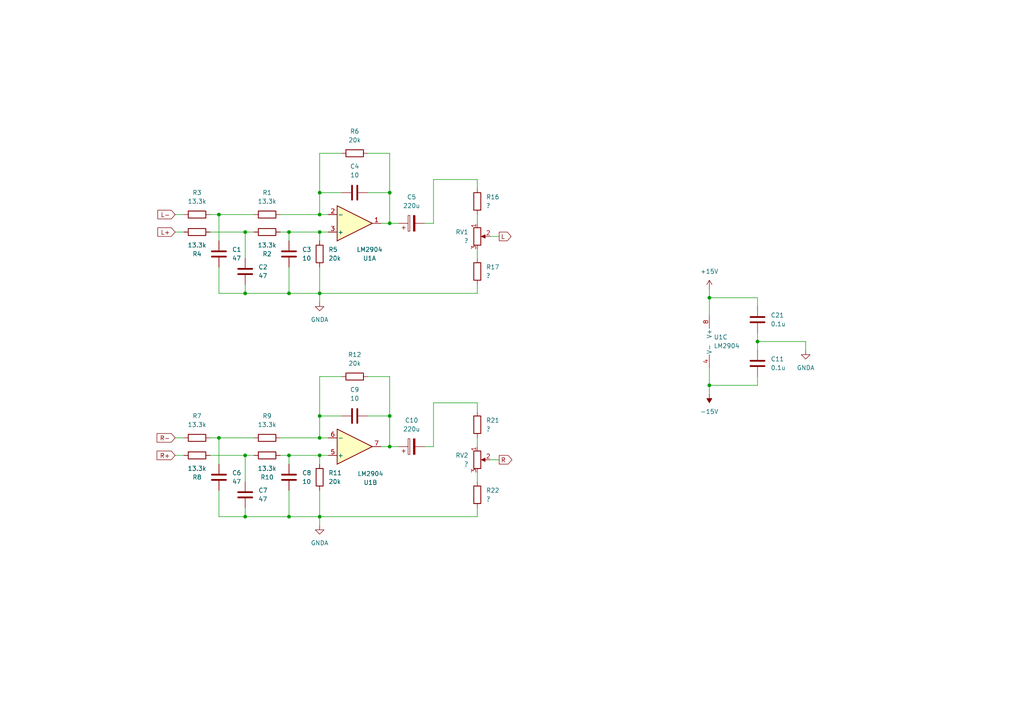
<source format=kicad_sch>
(kicad_sch (version 20250114) (generator "eeschema") (generator_version "9.0")
  (paper "A4")
  (lib_symbols
    (symbol "Amplifier_Operational:LM2904" (pin_names (offset 0.127))
      (property "Reference" "U" (at 0 5.08 0))
      (property "Value" "LM2904" (at 0 -5.08 0))
      (symbol "LM2904_1_1"
        (polyline (pts (xy -5.08 5.08) (xy 5.08 0) (xy -5.08 -5.08) (xy -5.08 5.08)) (stroke (width 0.254)) (fill (type background)))
        (pin input line (at -7.62 2.54 0) (length 2.54) (name "+") (number "3"))
        (pin input line (at -7.62 -2.54 0) (length 2.54) (name "-") (number "2"))
        (pin output line (at 7.62 0 180) (length 2.54) (name "~") (number "1"))
      )
      (symbol "LM2904_2_1"
        (polyline (pts (xy -5.08 5.08) (xy 5.08 0) (xy -5.08 -5.08) (xy -5.08 5.08)) (stroke (width 0.254)) (fill (type background)))
        (pin input line (at -7.62 2.54 0) (length 2.54) (name "+") (number "5"))
        (pin input line (at -7.62 -2.54 0) (length 2.54) (name "-") (number "6"))
        (pin output line (at 7.62 0 180) (length 2.54) (name "~") (number "7"))
      )
      (symbol "LM2904_3_1"
        (pin power_in line (at -2.54 7.62 270) (length 3.81) (name "V+") (number "8"))
        (pin power_in line (at -2.54 -7.62 90) (length 3.81) (name "V-") (number "4"))
      )
    )
    (symbol "Device:C" (pin_numbers (hide yes)) (pin_names (offset 0.254))
      (property "Reference" "C" (at 0.635 2.54 0))
      (property "Value" "C" (at 0.635 -2.54 0))
      (symbol "C_0_1"
        (polyline (pts (xy -2.032 0.762) (xy 2.032 0.762)) (stroke (width 0.508)))
        (polyline (pts (xy -2.032 -0.762) (xy 2.032 -0.762)) (stroke (width 0.508)))
      )
      (symbol "C_1_1"
        (pin passive line (at 0 3.81 270) (length 2.794) (name "~") (number "1"))
        (pin passive line (at 0 -3.81 90) (length 2.794) (name "~") (number "2"))
      )
    )
    (symbol "Device:C_Polarized" (pin_numbers (hide yes)) (pin_names (offset 0.254))
      (property "Reference" "C" (at 0.635 2.54 0))
      (property "Value" "C_Polarized" (at 0.635 -2.54 0))
      (symbol "C_Polarized_0_1"
        (rectangle (start -2.286 0.508) (end 2.286 1.016))
        (polyline (pts (xy -1.778 2.286) (xy -0.762 2.286)))
        (polyline (pts (xy -1.27 2.794) (xy -1.27 1.778)))
        (rectangle (start 2.286 -0.508) (end -2.286 -1.016) (fill (type outline)))
      )
      (symbol "C_Polarized_1_1"
        (pin passive line (at 0 3.81 270) (length 2.794) (name "~") (number "1"))
        (pin passive line (at 0 -3.81 90) (length 2.794) (name "~") (number "2"))
      )
    )
    (symbol "Device:R" (pin_numbers (hide yes)) (pin_names (offset 0))
      (property "Reference" "R" (at 2.032 0 90))
      (property "Value" "R" (at 0 0 90))
      (symbol "R_0_1"
        (rectangle (start -1.016 -2.54) (end 1.016 2.54) (stroke (width 0.254)))
      )
      (symbol "R_1_1"
        (pin passive line (at 0 3.81 270) (length 1.27) (name "~") (number "1"))
        (pin passive line (at 0 -3.81 90) (length 1.27) (name "~") (number "2"))
      )
    )
    (symbol "Device:R_Potentiometer" (pin_names (offset 1.016) (hide yes))
      (property "Reference" "RV" (at -4.445 0 90))
      (property "Value" "R_Potentiometer" (at -2.54 0 90))
      (symbol "R_Potentiometer_0_1"
        (rectangle (start 1.016 2.54) (end -1.016 -2.54) (stroke (width 0.254)))
        (polyline (pts (xy 1.143 0) (xy 2.286 0.508) (xy 2.286 -0.508) (xy 1.143 0)) (fill (type outline)))
        (polyline (pts (xy 2.54 0) (xy 1.524 0)))
      )
      (symbol "R_Potentiometer_1_1"
        (pin passive line (at 0 3.81 270) (length 1.27) (name "1") (number "1"))
        (pin passive line (at 0 -3.81 90) (length 1.27) (name "3") (number "3"))
        (pin passive line (at 3.81 0 180) (length 1.27) (name "2") (number "2"))
      )
    )
    (symbol "power:+15V" (power) (pin_numbers (hide yes)) (pin_names (offset 0) (hide yes))
      (property "Value" "+15V" (at 0 3.556 0))
      (symbol "+15V_0_1"
        (polyline (pts (xy -0.762 1.27) (xy 0 2.54)))
        (polyline (pts (xy 0 2.54) (xy 0.762 1.27)))
        (polyline (pts (xy 0 0) (xy 0 2.54)))
      )
      (symbol "+15V_1_1"
        (pin power_in line (at 0 0 90) (length 0) (name "~") (number "1"))
      )
    )
    (symbol "power:-15V" (power) (pin_numbers (hide yes)) (pin_names (offset 0) (hide yes))
      (property "Value" "-15V" (at 0 3.556 0))
      (symbol "-15V_0_0"
        (pin power_in line (at 0 0 90) (length 0) (name "~") (number "1"))
      )
      (symbol "-15V_0_1"
        (polyline (pts (xy 0 0) (xy 0 1.27) (xy 0.762 1.27) (xy 0 2.54) (xy -0.762 1.27) (xy 0 1.27)) (fill (type outline)))
      )
    )
    (symbol "power:GNDA" (power) (pin_numbers (hide yes)) (pin_names (offset 0) (hide yes))
      (property "Value" "GNDA" (at 0 -3.81 0))
      (symbol "GNDA_0_1"
        (polyline (pts (xy 0 0) (xy 0 -1.27) (xy 1.27 -1.27) (xy 0 -2.54) (xy -1.27 -1.27) (xy 0 -1.27)))
      )
      (symbol "GNDA_1_1"
        (pin power_in line (at 0 0 270) (length 0) (name "~") (number "1"))
      )
    )
  )
  (junction (at 219.71 99.06))
  (junction (at 92.71 62.23))
  (junction (at 92.71 55.88))
  (junction (at 113.03 120.65))
  (junction (at 205.74 86.36))
  (junction (at 83.82 67.31))
  (junction (at 92.71 127))
  (junction (at 92.71 67.31))
  (junction (at 83.82 132.08))
  (junction (at 83.82 85.09))
  (junction (at 205.74 111.76))
  (junction (at 113.03 55.88))
  (junction (at 92.71 149.86))
  (junction (at 71.12 149.86))
  (junction (at 63.5 62.23))
  (junction (at 71.12 67.31))
  (junction (at 113.03 64.77))
  (junction (at 71.12 85.09))
  (junction (at 92.71 132.08))
  (junction (at 71.12 132.08))
  (junction (at 113.03 129.54))
  (junction (at 63.5 127))
  (junction (at 83.82 149.86))
  (junction (at 92.71 120.65))
  (junction (at 92.71 85.09))
  (wire (pts (xy 71.12 67.31) (xy 73.66 67.31)))
  (wire (pts (xy 92.71 62.23) (xy 95.25 62.23)))
  (wire (pts (xy 113.03 109.22) (xy 113.03 120.65)))
  (wire (pts (xy 63.5 62.23) (xy 63.5 69.85)))
  (wire (pts (xy 113.03 55.88) (xy 113.03 64.77)))
  (wire (pts (xy 138.43 137.16) (xy 138.43 139.7)))
  (wire (pts (xy 219.71 99.06) (xy 233.68 99.06)))
  (wire (pts (xy 113.03 64.77) (xy 115.57 64.77)))
  (wire (pts (xy 92.71 149.86) (xy 92.71 152.4)))
  (wire (pts (xy 106.68 120.65) (xy 113.03 120.65)))
  (wire (pts (xy 233.68 99.06) (xy 233.68 101.6)))
  (wire (pts (xy 138.43 52.07) (xy 138.43 54.61)))
  (wire (pts (xy 142.24 133.35) (xy 144.78 133.35)))
  (wire (pts (xy 60.96 132.08) (xy 71.12 132.08)))
  (wire (pts (xy 138.43 127) (xy 138.43 129.54)))
  (wire (pts (xy 63.5 62.23) (xy 73.66 62.23)))
  (wire (pts (xy 205.74 106.68) (xy 205.74 111.76)))
  (wire (pts (xy 63.5 127) (xy 63.5 134.62)))
  (wire (pts (xy 71.12 149.86) (xy 71.12 147.32)))
  (wire (pts (xy 81.28 67.31) (xy 83.82 67.31)))
  (wire (pts (xy 83.82 85.09) (xy 71.12 85.09)))
  (wire (pts (xy 83.82 132.08) (xy 92.71 132.08)))
  (wire (pts (xy 219.71 109.22) (xy 219.71 111.76)))
  (wire (pts (xy 92.71 132.08) (xy 95.25 132.08)))
  (wire (pts (xy 71.12 132.08) (xy 73.66 132.08)))
  (wire (pts (xy 219.71 86.36) (xy 219.71 88.9)))
  (wire (pts (xy 113.03 129.54) (xy 115.57 129.54)))
  (wire (pts (xy 92.71 85.09) (xy 83.82 85.09)))
  (wire (pts (xy 92.71 55.88) (xy 92.71 62.23)))
  (wire (pts (xy 60.96 67.31) (xy 71.12 67.31)))
  (wire (pts (xy 81.28 127) (xy 92.71 127)))
  (wire (pts (xy 83.82 67.31) (xy 92.71 67.31)))
  (wire (pts (xy 60.96 127) (xy 63.5 127)))
  (wire (pts (xy 205.74 86.36) (xy 205.74 91.44)))
  (wire (pts (xy 99.06 109.22) (xy 92.71 109.22)))
  (wire (pts (xy 106.68 109.22) (xy 113.03 109.22)))
  (wire (pts (xy 106.68 44.45) (xy 113.03 44.45)))
  (wire (pts (xy 138.43 149.86) (xy 138.43 147.32)))
  (wire (pts (xy 63.5 142.24) (xy 63.5 149.86)))
  (wire (pts (xy 205.74 111.76) (xy 205.74 114.3)))
  (wire (pts (xy 205.74 86.36) (xy 219.71 86.36)))
  (wire (pts (xy 50.8 62.23) (xy 53.34 62.23)))
  (wire (pts (xy 92.71 127) (xy 95.25 127)))
  (wire (pts (xy 60.96 62.23) (xy 63.5 62.23)))
  (wire (pts (xy 92.71 132.08) (xy 92.71 134.62)))
  (wire (pts (xy 138.43 62.23) (xy 138.43 64.77)))
  (wire (pts (xy 113.03 64.77) (xy 110.49 64.77)))
  (wire (pts (xy 92.71 142.24) (xy 92.71 149.86)))
  (wire (pts (xy 92.71 120.65) (xy 92.71 127)))
  (wire (pts (xy 99.06 120.65) (xy 92.71 120.65)))
  (wire (pts (xy 92.71 149.86) (xy 138.43 149.86)))
  (wire (pts (xy 106.68 55.88) (xy 113.03 55.88)))
  (wire (pts (xy 92.71 67.31) (xy 95.25 67.31)))
  (wire (pts (xy 125.73 64.77) (xy 125.73 52.07)))
  (wire (pts (xy 63.5 127) (xy 73.66 127)))
  (wire (pts (xy 71.12 85.09) (xy 71.12 82.55)))
  (wire (pts (xy 138.43 116.84) (xy 138.43 119.38)))
  (wire (pts (xy 125.73 52.07) (xy 138.43 52.07)))
  (wire (pts (xy 71.12 67.31) (xy 71.12 74.93)))
  (wire (pts (xy 123.19 129.54) (xy 125.73 129.54)))
  (wire (pts (xy 92.71 44.45) (xy 92.71 55.88)))
  (wire (pts (xy 99.06 55.88) (xy 92.71 55.88)))
  (wire (pts (xy 81.28 62.23) (xy 92.71 62.23)))
  (wire (pts (xy 71.12 132.08) (xy 71.12 139.7)))
  (wire (pts (xy 113.03 44.45) (xy 113.03 55.88)))
  (wire (pts (xy 219.71 96.52) (xy 219.71 99.06)))
  (wire (pts (xy 99.06 44.45) (xy 92.71 44.45)))
  (wire (pts (xy 113.03 120.65) (xy 113.03 129.54)))
  (wire (pts (xy 63.5 85.09) (xy 71.12 85.09)))
  (wire (pts (xy 113.03 129.54) (xy 110.49 129.54)))
  (wire (pts (xy 205.74 83.82) (xy 205.74 86.36)))
  (wire (pts (xy 92.71 85.09) (xy 138.43 85.09)))
  (wire (pts (xy 125.73 129.54) (xy 125.73 116.84)))
  (wire (pts (xy 138.43 72.39) (xy 138.43 74.93)))
  (wire (pts (xy 125.73 116.84) (xy 138.43 116.84)))
  (wire (pts (xy 50.8 127) (xy 53.34 127)))
  (wire (pts (xy 83.82 142.24) (xy 83.82 149.86)))
  (wire (pts (xy 63.5 149.86) (xy 71.12 149.86)))
  (wire (pts (xy 92.71 149.86) (xy 83.82 149.86)))
  (wire (pts (xy 123.19 64.77) (xy 125.73 64.77)))
  (wire (pts (xy 138.43 85.09) (xy 138.43 82.55)))
  (wire (pts (xy 83.82 132.08) (xy 83.82 134.62)))
  (wire (pts (xy 50.8 67.31) (xy 53.34 67.31)))
  (wire (pts (xy 92.71 109.22) (xy 92.71 120.65)))
  (wire (pts (xy 92.71 85.09) (xy 92.71 87.63)))
  (wire (pts (xy 219.71 99.06) (xy 219.71 101.6)))
  (wire (pts (xy 50.8 132.08) (xy 53.34 132.08)))
  (wire (pts (xy 92.71 77.47) (xy 92.71 85.09)))
  (wire (pts (xy 205.74 111.76) (xy 219.71 111.76)))
  (wire (pts (xy 83.82 77.47) (xy 83.82 85.09)))
  (wire (pts (xy 92.71 67.31) (xy 92.71 69.85)))
  (wire (pts (xy 81.28 132.08) (xy 83.82 132.08)))
  (wire (pts (xy 83.82 149.86) (xy 71.12 149.86)))
  (wire (pts (xy 83.82 67.31) (xy 83.82 69.85)))
  (wire (pts (xy 142.24 68.58) (xy 144.78 68.58)))
  (wire (pts (xy 63.5 77.47) (xy 63.5 85.09)))
  (global_label "L+" (shape input) (at 50.8 67.31 180) (property "Intersheetrefs" "${INTERSHEET_REFS}" (effects (hide yes))))
  (global_label "L-" (shape input) (at 50.8 62.23 180) (property "Intersheetrefs" "${INTERSHEET_REFS}" (effects (hide yes))))
  (global_label "R" (shape output) (at 144.78 133.35 0) (property "Intersheetrefs" "${INTERSHEET_REFS}" (effects (hide yes))))
  (global_label "R-" (shape input) (at 50.8 127 180) (property "Intersheetrefs" "${INTERSHEET_REFS}" (effects (hide yes))))
  (global_label "R+" (shape input) (at 50.8 132.08 180) (property "Intersheetrefs" "${INTERSHEET_REFS}" (effects (hide yes))))
  (global_label "L" (shape output) (at 144.78 68.58 0) (property "Intersheetrefs" "${INTERSHEET_REFS}" (effects (hide yes))))
  (symbol (lib_id "Amplifier_Operational:LM2904") (at 208.28 99.06 0) (unit 3)
    (property "Reference" "U1" (at 207.01 97.7899 0) (effects (justify left)))
    (property "Value" "LM2904" (at 207.01 100.3299 0) (effects (justify left)))
    (property "Footprint" "Package_SO:SOP-8_3.9x4.9mm_P1.27mm" (effects (hide yes)))
    (property "Datasheet" "http://www.ti.com/lit/ds/symlink/lm358.pdf" (effects (hide yes)))
    (property "Description" "Dual Operational Amplifiers, DIP-8/SOIC-8/TSSOP-8/VSSOP-8" (effects (hide yes)))
  )
  (symbol (lib_id "Device:C_Polarized") (at 119.38 129.54 90) (unit 1)
    (property "Reference" "C10" (at 119.38 121.92 90))
    (property "Value" "220u" (at 119.38 124.46 90))
    (property "Footprint" "Capacitor_THT:CP_Radial_D8.0mm_P3.50mm" (effects (hide yes)))
    (property "Description" "Polarized capacitor" (effects (hide yes)))
  )
  (symbol (lib_id "Device:R") (at 77.47 127 90) (unit 1)
    (property "Reference" "R9" (at 77.47 120.65 90))
    (property "Value" "13.3k" (at 77.47 123.19 90))
    (property "Footprint" "Resistor_SMD:R_0805_2012Metric" (effects (hide yes)))
    (property "Description" "Resistor" (effects (hide yes)))
  )
  (symbol (lib_id "Device:C") (at 102.87 120.65 90) (unit 1)
    (property "Reference" "C9" (at 102.87 113.03 90))
    (property "Value" "10" (at 102.87 115.57 90))
    (property "Footprint" "Capacitor_SMD:C_0805_2012Metric" (effects (hide yes)))
    (property "Description" "Unpolarized capacitor" (effects (hide yes)))
  )
  (symbol (lib_id "Device:R") (at 57.15 132.08 90) (mirror x) (unit 1)
    (property "Reference" "R8" (at 57.15 138.43 90))
    (property "Value" "13.3k" (at 57.15 135.89 90))
    (property "Footprint" "Resistor_SMD:R_0805_2012Metric" (effects (hide yes)))
    (property "Description" "Resistor" (effects (hide yes)))
  )
  (symbol (lib_id "Device:C") (at 63.5 138.43 0) (unit 1)
    (property "Reference" "C6" (at 67.31 137.1599 0) (effects (justify left)))
    (property "Value" "47" (at 67.31 139.6999 0) (effects (justify left)))
    (property "Footprint" "Capacitor_SMD:C_0805_2012Metric" (effects (hide yes)))
    (property "Description" "Unpolarized capacitor" (effects (hide yes)))
  )
  (symbol (lib_id "Device:C") (at 63.5 73.66 0) (unit 1)
    (property "Reference" "C1" (at 67.31 72.3899 0) (effects (justify left)))
    (property "Value" "47" (at 67.31 74.9299 0) (effects (justify left)))
    (property "Footprint" "Capacitor_SMD:C_0805_2012Metric" (effects (hide yes)))
    (property "Description" "Unpolarized capacitor" (effects (hide yes)))
  )
  (symbol (lib_id "Amplifier_Operational:LM2904") (at 102.87 129.54 0) (mirror x) (unit 2)
    (property "Reference" "U1" (at 107.442 139.954 0))
    (property "Value" "LM2904" (at 107.442 137.414 0))
    (property "Footprint" "Package_SO:SOP-8_3.9x4.9mm_P1.27mm" (effects (hide yes)))
    (property "Datasheet" "http://www.ti.com/lit/ds/symlink/lm358.pdf" (effects (hide yes)))
    (property "Description" "Dual Operational Amplifiers, DIP-8/SOIC-8/TSSOP-8/VSSOP-8" (effects (hide yes)))
  )
  (symbol (lib_id "Device:R_Potentiometer") (at 138.43 133.35 0) (unit 1)
    (property "Reference" "RV2" (at 135.89 132.0799 0) (effects (justify right)))
    (property "Value" "?" (at 135.89 134.6199 0) (effects (justify right)))
    (property "Footprint" "Potentiometer_THT:Potentiometer_Bourns_3296W_Vertical" (effects (hide yes)))
    (property "Description" "Potentiometer" (effects (hide yes)))
  )
  (symbol (lib_id "Device:R") (at 57.15 67.31 90) (mirror x) (unit 1)
    (property "Reference" "R4" (at 57.15 73.66 90))
    (property "Value" "13.3k" (at 57.15 71.12 90))
    (property "Footprint" "Resistor_SMD:R_0805_2012Metric" (effects (hide yes)))
    (property "Description" "Resistor" (effects (hide yes)))
  )
  (symbol (lib_id "power:GNDA") (at 233.68 101.6 0) (unit 1)
    (property "Reference" "#PWR032" (effects (hide yes)))
    (property "Value" "GNDA" (at 233.68 106.68 0))
    (property "Description" "Power symbol creates a global label with name \"GNDA\" , analog ground" (effects (hide yes)))
  )
  (symbol (lib_id "Device:C") (at 219.71 105.41 0) (unit 1)
    (property "Reference" "C11" (at 223.52 104.1399 0) (effects (justify left)))
    (property "Value" "0.1u" (at 223.52 106.6799 0) (effects (justify left)))
    (property "Footprint" "Capacitor_SMD:C_0805_2012Metric" (effects (hide yes)))
    (property "Description" "Unpolarized capacitor" (effects (hide yes)))
  )
  (symbol (lib_id "Device:R") (at 77.47 132.08 90) (mirror x) (unit 1)
    (property "Reference" "R10" (at 77.47 138.43 90))
    (property "Value" "13.3k" (at 77.47 135.89 90))
    (property "Footprint" "Resistor_SMD:R_0805_2012Metric" (effects (hide yes)))
    (property "Description" "Resistor" (effects (hide yes)))
  )
  (symbol (lib_id "Device:R") (at 57.15 127 90) (unit 1)
    (property "Reference" "R7" (at 57.15 120.65 90))
    (property "Value" "13.3k" (at 57.15 123.19 90))
    (property "Footprint" "Resistor_SMD:R_0805_2012Metric" (effects (hide yes)))
    (property "Description" "Resistor" (effects (hide yes)))
  )
  (symbol (lib_id "power:GNDA") (at 92.71 152.4 0) (unit 1)
    (property "Reference" "#PWR02" (effects (hide yes)))
    (property "Value" "GNDA" (at 92.71 157.48 0))
    (property "Description" "Power symbol creates a global label with name \"GNDA\" , analog ground" (effects (hide yes)))
  )
  (symbol (lib_id "Device:R") (at 138.43 123.19 180) (unit 1)
    (property "Reference" "R21" (at 140.97 121.9199 0) (effects (justify right)))
    (property "Value" "?" (at 140.97 124.4599 0) (effects (justify right)))
    (property "Footprint" "Resistor_SMD:R_0805_2012Metric" (effects (hide yes)))
    (property "Description" "Resistor" (effects (hide yes)))
  )
  (symbol (lib_id "Device:C") (at 102.87 55.88 90) (unit 1)
    (property "Reference" "C4" (at 102.87 48.26 90))
    (property "Value" "10" (at 102.87 50.8 90))
    (property "Footprint" "Capacitor_SMD:C_0805_2012Metric" (effects (hide yes)))
    (property "Description" "Unpolarized capacitor" (effects (hide yes)))
  )
  (symbol (lib_id "Device:C") (at 219.71 92.71 0) (unit 1)
    (property "Reference" "C21" (at 223.52 91.4399 0) (effects (justify left)))
    (property "Value" "0.1u" (at 223.52 93.9799 0) (effects (justify left)))
    (property "Footprint" "Capacitor_SMD:C_0805_2012Metric" (effects (hide yes)))
    (property "Description" "Unpolarized capacitor" (effects (hide yes)))
  )
  (symbol (lib_id "Device:C") (at 71.12 143.51 0) (unit 1)
    (property "Reference" "C7" (at 74.93 142.2399 0) (effects (justify left)))
    (property "Value" "47" (at 74.93 144.7799 0) (effects (justify left)))
    (property "Footprint" "Capacitor_SMD:C_0805_2012Metric" (effects (hide yes)))
    (property "Description" "Unpolarized capacitor" (effects (hide yes)))
  )
  (symbol (lib_id "Device:R") (at 102.87 44.45 90) (unit 1)
    (property "Reference" "R6" (at 102.87 38.1 90))
    (property "Value" "20k" (at 102.87 40.64 90))
    (property "Footprint" "Resistor_SMD:R_0805_2012Metric" (effects (hide yes)))
    (property "Description" "Resistor" (effects (hide yes)))
  )
  (symbol (lib_id "Device:R") (at 138.43 143.51 180) (unit 1)
    (property "Reference" "R22" (at 140.97 142.2399 0) (effects (justify right)))
    (property "Value" "?" (at 140.97 144.7799 0) (effects (justify right)))
    (property "Footprint" "Resistor_SMD:R_0805_2012Metric" (effects (hide yes)))
    (property "Description" "Resistor" (effects (hide yes)))
  )
  (symbol (lib_id "Device:R") (at 77.47 67.31 90) (mirror x) (unit 1)
    (property "Reference" "R2" (at 77.47 73.66 90))
    (property "Value" "13.3k" (at 77.47 71.12 90))
    (property "Footprint" "Resistor_SMD:R_0805_2012Metric" (effects (hide yes)))
    (property "Description" "Resistor" (effects (hide yes)))
  )
  (symbol (lib_id "power:GNDA") (at 92.71 87.63 0) (unit 1)
    (property "Reference" "#PWR01" (effects (hide yes)))
    (property "Value" "GNDA" (at 92.71 92.71 0))
    (property "Description" "Power symbol creates a global label with name \"GNDA\" , analog ground" (effects (hide yes)))
  )
  (symbol (lib_id "power:-15V") (at 205.74 114.3 180) (unit 1)
    (property "Reference" "#PWR04" (effects (hide yes)))
    (property "Value" "-15V" (at 205.74 119.38 0))
    (property "Description" "Power symbol creates a global label with name \"-15V\"" (effects (hide yes)))
  )
  (symbol (lib_id "Device:R") (at 92.71 138.43 0) (unit 1)
    (property "Reference" "R11" (at 95.25 137.1599 0) (effects (justify left)))
    (property "Value" "20k" (at 95.25 139.6999 0) (effects (justify left)))
    (property "Footprint" "Resistor_SMD:R_0805_2012Metric" (effects (hide yes)))
    (property "Description" "Resistor" (effects (hide yes)))
  )
  (symbol (lib_id "Device:R") (at 57.15 62.23 90) (unit 1)
    (property "Reference" "R3" (at 57.15 55.88 90))
    (property "Value" "13.3k" (at 57.15 58.42 90))
    (property "Footprint" "Resistor_SMD:R_0805_2012Metric" (effects (hide yes)))
    (property "Description" "Resistor" (effects (hide yes)))
  )
  (symbol (lib_id "Device:C_Polarized") (at 119.38 64.77 90) (unit 1)
    (property "Reference" "C5" (at 119.38 57.15 90))
    (property "Value" "220u" (at 119.38 59.69 90))
    (property "Footprint" "Capacitor_THT:CP_Radial_D8.0mm_P3.50mm" (effects (hide yes)))
    (property "Description" "Polarized capacitor" (effects (hide yes)))
  )
  (symbol (lib_id "Device:R") (at 138.43 58.42 180) (unit 1)
    (property "Reference" "R16" (at 140.97 57.1499 0) (effects (justify right)))
    (property "Value" "?" (at 140.97 59.6899 0) (effects (justify right)))
    (property "Footprint" "Resistor_SMD:R_0805_2012Metric" (effects (hide yes)))
    (property "Description" "Resistor" (effects (hide yes)))
  )
  (symbol (lib_id "Device:C") (at 83.82 138.43 0) (unit 1)
    (property "Reference" "C8" (at 87.63 137.1599 0) (effects (justify left)))
    (property "Value" "10" (at 87.63 139.6999 0) (effects (justify left)))
    (property "Footprint" "Capacitor_SMD:C_0805_2012Metric" (effects (hide yes)))
    (property "Description" "Unpolarized capacitor" (effects (hide yes)))
  )
  (symbol (lib_id "Device:R") (at 77.47 62.23 90) (unit 1)
    (property "Reference" "R1" (at 77.47 55.88 90))
    (property "Value" "13.3k" (at 77.47 58.42 90))
    (property "Footprint" "Resistor_SMD:R_0805_2012Metric" (effects (hide yes)))
    (property "Description" "Resistor" (effects (hide yes)))
  )
  (symbol (lib_id "Device:R") (at 102.87 109.22 90) (unit 1)
    (property "Reference" "R12" (at 102.87 102.87 90))
    (property "Value" "20k" (at 102.87 105.41 90))
    (property "Footprint" "Resistor_SMD:R_0805_2012Metric" (effects (hide yes)))
    (property "Description" "Resistor" (effects (hide yes)))
  )
  (symbol (lib_id "Amplifier_Operational:LM2904") (at 102.87 64.77 0) (mirror x) (unit 1)
    (property "Reference" "U1" (at 107.188 74.93 0))
    (property "Value" "LM2904" (at 107.188 72.39 0))
    (property "Footprint" "Package_SO:SOP-8_3.9x4.9mm_P1.27mm" (effects (hide yes)))
    (property "Datasheet" "http://www.ti.com/lit/ds/symlink/lm358.pdf" (effects (hide yes)))
    (property "Description" "Dual Operational Amplifiers, DIP-8/SOIC-8/TSSOP-8/VSSOP-8" (effects (hide yes)))
  )
  (symbol (lib_id "Device:R_Potentiometer") (at 138.43 68.58 0) (unit 1)
    (property "Reference" "RV1" (at 135.89 67.3099 0) (effects (justify right)))
    (property "Value" "?" (at 135.89 69.8499 0) (effects (justify right)))
    (property "Footprint" "Potentiometer_THT:Potentiometer_Bourns_3296W_Vertical" (effects (hide yes)))
    (property "Description" "Potentiometer" (effects (hide yes)))
  )
  (symbol (lib_id "Device:R") (at 138.43 78.74 180) (unit 1)
    (property "Reference" "R17" (at 140.97 77.4699 0) (effects (justify right)))
    (property "Value" "?" (at 140.97 80.0099 0) (effects (justify right)))
    (property "Footprint" "Resistor_SMD:R_0805_2012Metric" (effects (hide yes)))
    (property "Description" "Resistor" (effects (hide yes)))
  )
  (symbol (lib_id "Device:R") (at 92.71 73.66 0) (unit 1)
    (property "Reference" "R5" (at 95.25 72.3899 0) (effects (justify left)))
    (property "Value" "20k" (at 95.25 74.9299 0) (effects (justify left)))
    (property "Footprint" "Resistor_SMD:R_0805_2012Metric" (effects (hide yes)))
    (property "Description" "Resistor" (effects (hide yes)))
  )
  (symbol (lib_id "power:+15V") (at 205.74 83.82 0) (unit 1)
    (property "Reference" "#PWR03" (effects (hide yes)))
    (property "Value" "+15V" (at 205.74 78.74 0))
    (property "Description" "Power symbol creates a global label with name \"+15V\"" (effects (hide yes)))
  )
  (symbol (lib_id "Device:C") (at 71.12 78.74 0) (unit 1)
    (property "Reference" "C2" (at 74.93 77.4699 0) (effects (justify left)))
    (property "Value" "47" (at 74.93 80.0099 0) (effects (justify left)))
    (property "Footprint" "Capacitor_SMD:C_0805_2012Metric" (effects (hide yes)))
    (property "Description" "Unpolarized capacitor" (effects (hide yes)))
  )
  (symbol (lib_id "Device:C") (at 83.82 73.66 0) (unit 1)
    (property "Reference" "C3" (at 87.63 72.3899 0) (effects (justify left)))
    (property "Value" "10" (at 87.63 74.9299 0) (effects (justify left)))
    (property "Footprint" "Capacitor_SMD:C_0805_2012Metric" (effects (hide yes)))
    (property "Description" "Unpolarized capacitor" (effects (hide yes)))
  )
)
</source>
